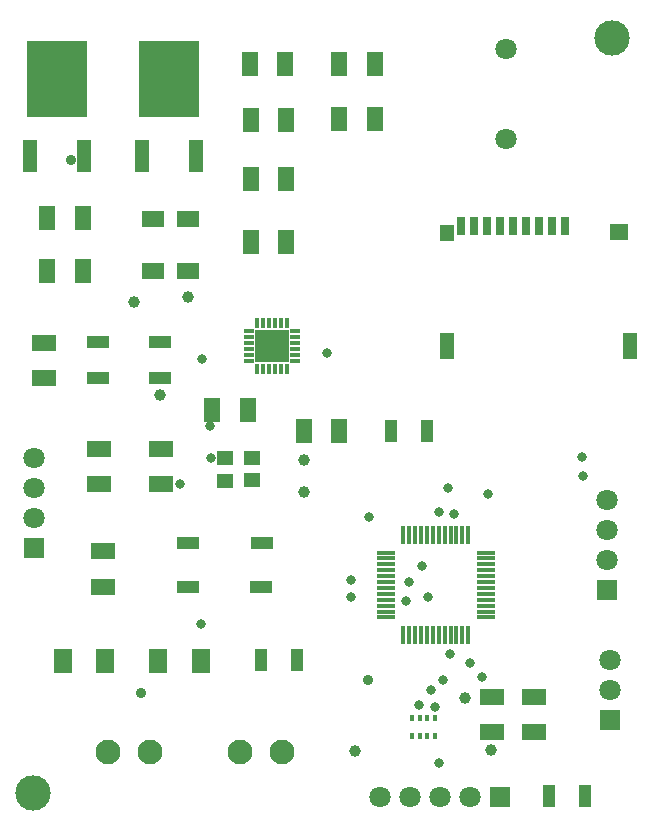
<source format=gts>
G04 Layer_Color=8388736*
%FSLAX25Y25*%
%MOIN*%
G70*
G01*
G75*
%ADD16R,0.06299X0.05512*%
%ADD17R,0.04724X0.08661*%
%ADD18R,0.04724X0.05512*%
%ADD19R,0.02756X0.06299*%
%ADD38C,0.11811*%
%ADD47R,0.07480X0.04331*%
%ADD48R,0.07480X0.05236*%
%ADD49R,0.05328X0.07887*%
%ADD50R,0.07887X0.05328*%
%ADD51R,0.06299X0.08268*%
%ADD52R,0.04331X0.07480*%
%ADD53R,0.04540X0.11036*%
%ADD54R,0.20091X0.25210*%
%ADD55R,0.01575X0.06102*%
%ADD56R,0.06102X0.01575*%
%ADD57R,0.01772X0.02362*%
%ADD58R,0.03753X0.01587*%
%ADD59R,0.01587X0.03753*%
%ADD60R,0.11430X0.11036*%
%ADD61R,0.05512X0.04724*%
%ADD62C,0.07087*%
%ADD63R,0.07087X0.07087*%
%ADD64R,0.07087X0.07087*%
%ADD65C,0.08268*%
%ADD66C,0.03950*%
%ADD67C,0.03162*%
%ADD68C,0.03556*%
D16*
X307972Y300182D02*
D03*
D17*
X311516Y262387D02*
D03*
X250492Y262387D02*
D03*
D18*
Y299788D02*
D03*
D19*
X255217Y302151D02*
D03*
X259547D02*
D03*
X263878D02*
D03*
X268209D02*
D03*
X272539D02*
D03*
X276870D02*
D03*
X281201D02*
D03*
X285531D02*
D03*
X289862D02*
D03*
D38*
X112598Y113098D02*
D03*
X305512Y365067D02*
D03*
D47*
X188591Y182004D02*
D03*
X164181D02*
D03*
X188984Y196571D02*
D03*
X164181D02*
D03*
X134260Y263500D02*
D03*
Y251689D02*
D03*
X154732Y263500D02*
D03*
Y251689D02*
D03*
D48*
X164181Y304445D02*
D03*
X152370D02*
D03*
X164181Y287122D02*
D03*
X152370D02*
D03*
D49*
X117331Y304839D02*
D03*
X129142D02*
D03*
X117331Y287122D02*
D03*
X129142D02*
D03*
X185047Y296965D02*
D03*
X196858D02*
D03*
X214575Y233972D02*
D03*
X202764D02*
D03*
X172244Y240953D02*
D03*
X184055D02*
D03*
X185039Y317921D02*
D03*
X196850D02*
D03*
X185047Y337516D02*
D03*
X196858D02*
D03*
X226386Y337909D02*
D03*
X214575D02*
D03*
X226386Y356413D02*
D03*
X214575D02*
D03*
X184843Y356307D02*
D03*
X196653D02*
D03*
D50*
X279535Y133579D02*
D03*
Y145390D02*
D03*
X265362Y133579D02*
D03*
Y145390D02*
D03*
X155126Y228067D02*
D03*
Y216256D02*
D03*
X134653Y228067D02*
D03*
Y216256D02*
D03*
X116142Y263394D02*
D03*
Y251583D02*
D03*
X135835Y193815D02*
D03*
Y182004D02*
D03*
D51*
X136622Y157201D02*
D03*
X122449D02*
D03*
X168512D02*
D03*
X154339D02*
D03*
D52*
X243701Y233965D02*
D03*
X231890D02*
D03*
X188583Y157587D02*
D03*
X200394D02*
D03*
X296488Y112378D02*
D03*
X284677D02*
D03*
D53*
X148906Y325705D02*
D03*
X166858D02*
D03*
X111504D02*
D03*
X129457D02*
D03*
D54*
X157882Y351295D02*
D03*
X120480D02*
D03*
D55*
X235933Y199228D02*
D03*
X237902D02*
D03*
X239870D02*
D03*
X241839D02*
D03*
X243807D02*
D03*
X245776D02*
D03*
X247744D02*
D03*
X249713D02*
D03*
X251681D02*
D03*
X253650D02*
D03*
X255618D02*
D03*
X257587D02*
D03*
Y165961D02*
D03*
X255618D02*
D03*
X253650D02*
D03*
X251681D02*
D03*
X249713D02*
D03*
X247744D02*
D03*
X245776D02*
D03*
X243807D02*
D03*
X241839D02*
D03*
X239870D02*
D03*
X237902D02*
D03*
X235933D02*
D03*
D56*
X263394Y193421D02*
D03*
Y191453D02*
D03*
Y189484D02*
D03*
Y187516D02*
D03*
Y185547D02*
D03*
Y183579D02*
D03*
Y181610D02*
D03*
Y179642D02*
D03*
Y177673D02*
D03*
Y175705D02*
D03*
Y173736D02*
D03*
Y171768D02*
D03*
X230126D02*
D03*
Y173736D02*
D03*
Y175705D02*
D03*
Y177673D02*
D03*
Y179642D02*
D03*
Y181610D02*
D03*
Y183579D02*
D03*
Y185547D02*
D03*
Y187516D02*
D03*
Y189484D02*
D03*
Y191453D02*
D03*
Y193421D02*
D03*
D57*
X238787Y138106D02*
D03*
X241347D02*
D03*
X243905D02*
D03*
X246465D02*
D03*
X238787Y132398D02*
D03*
X241347D02*
D03*
X243905D02*
D03*
X246465D02*
D03*
D58*
X199811Y257398D02*
D03*
Y259366D02*
D03*
Y261335D02*
D03*
Y263303D02*
D03*
Y265272D02*
D03*
Y267240D02*
D03*
X184457D02*
D03*
Y265272D02*
D03*
Y263303D02*
D03*
Y261335D02*
D03*
Y259366D02*
D03*
Y257398D02*
D03*
D59*
X197055Y269996D02*
D03*
X195087D02*
D03*
X193118D02*
D03*
X191150D02*
D03*
X189181D02*
D03*
X187213D02*
D03*
Y254642D02*
D03*
X189181D02*
D03*
X191150D02*
D03*
X193118D02*
D03*
X195087D02*
D03*
X197055D02*
D03*
D60*
X192134Y262319D02*
D03*
D61*
X185366Y224878D02*
D03*
X185386Y217433D02*
D03*
X176374Y217370D02*
D03*
Y224878D02*
D03*
D62*
X270083Y331378D02*
D03*
Y361299D02*
D03*
X304732Y147752D02*
D03*
Y157752D02*
D03*
X113000Y215075D02*
D03*
Y205075D02*
D03*
Y225075D02*
D03*
X303945Y201059D02*
D03*
Y191059D02*
D03*
Y211059D02*
D03*
X248039Y111925D02*
D03*
X258039D02*
D03*
X238039D02*
D03*
X228039D02*
D03*
D63*
X304732Y137752D02*
D03*
X113000Y195075D02*
D03*
X303945Y181059D02*
D03*
D64*
X268039Y111925D02*
D03*
D65*
X137402Y126878D02*
D03*
X151575D02*
D03*
X181504Y126886D02*
D03*
X195677D02*
D03*
D66*
X146161Y276976D02*
D03*
X202953Y224417D02*
D03*
Y213689D02*
D03*
X154724Y245874D02*
D03*
X219980Y127173D02*
D03*
X265256Y127469D02*
D03*
X256496Y145087D02*
D03*
X164173Y278650D02*
D03*
D67*
X168405Y169693D02*
D03*
X210630Y259949D02*
D03*
X241240Y142724D02*
D03*
X161417Y216248D02*
D03*
X171685Y224878D02*
D03*
X258071Y156602D02*
D03*
X262303Y151878D02*
D03*
X247925Y123228D02*
D03*
X246457Y141839D02*
D03*
X249016Y151091D02*
D03*
X245177Y147449D02*
D03*
X295866Y218905D02*
D03*
X295669Y225106D02*
D03*
X224410Y205274D02*
D03*
X251378Y159653D02*
D03*
X264272Y212803D02*
D03*
X244291Y178748D02*
D03*
X252756Y206110D02*
D03*
X247736Y206799D02*
D03*
X250969Y214968D02*
D03*
X218512Y178756D02*
D03*
Y184366D02*
D03*
X168898Y257980D02*
D03*
X237795Y183571D02*
D03*
X237008Y177272D02*
D03*
X242323Y189083D02*
D03*
X171653Y235539D02*
D03*
D68*
X148425Y146661D02*
D03*
X125197Y324417D02*
D03*
X224213Y150992D02*
D03*
M02*

</source>
